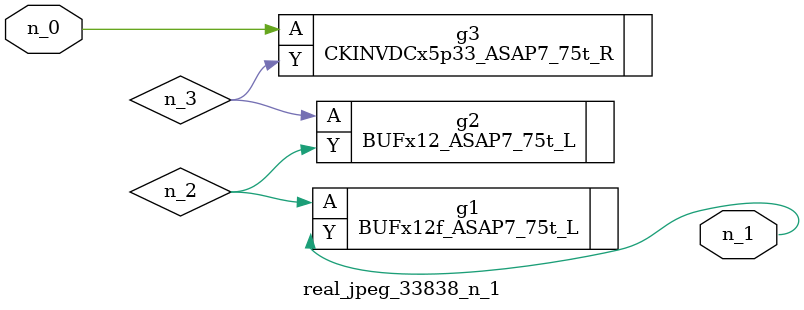
<source format=v>
module real_jpeg_33838_n_1 (n_0, n_1);

input n_0;

output n_1;

wire n_3;
wire n_2;

CKINVDCx5p33_ASAP7_75t_R g3 ( 
.A(n_0),
.Y(n_3)
);

BUFx12f_ASAP7_75t_L g1 ( 
.A(n_2),
.Y(n_1)
);

BUFx12_ASAP7_75t_L g2 ( 
.A(n_3),
.Y(n_2)
);


endmodule
</source>
